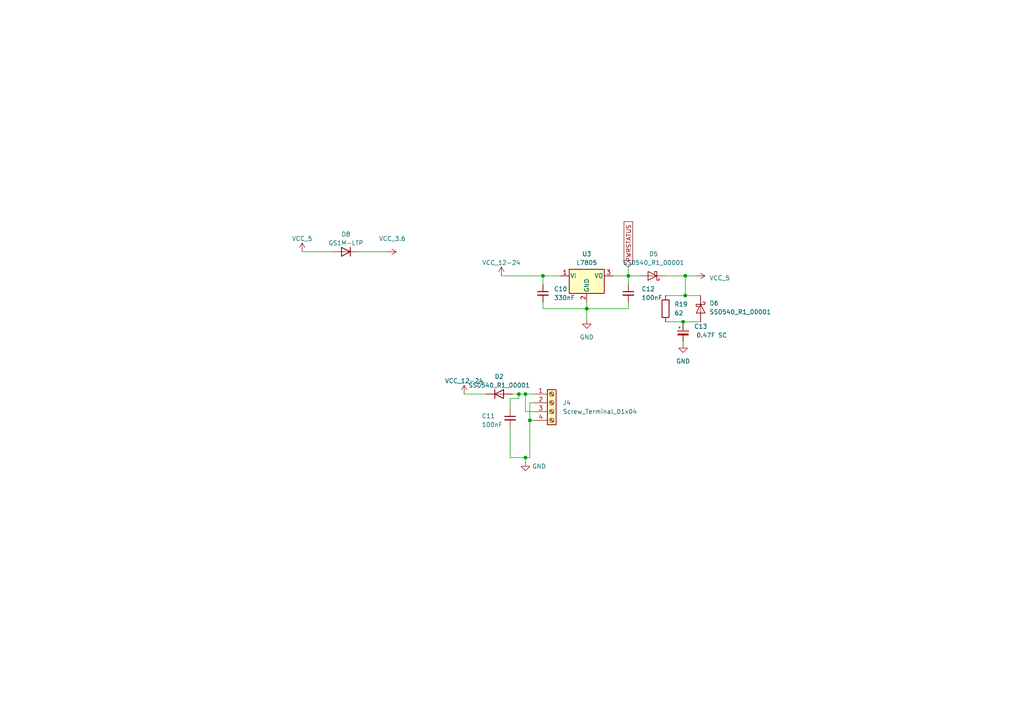
<source format=kicad_sch>
(kicad_sch (version 20230121) (generator eeschema)
  (paper "A4")
  (lib_symbols
    (symbol "Connector:Screw_Terminal_01x04" (pin_names (offset 1.016) hide)
      (property "Reference" "J" (at 0 5.08 0))
      (property "Value" "Screw_Terminal_01x04" (at 0 -7.62 0))
      (symbol "Screw_Terminal_01x04_1_1"
        (rectangle (start -1.27 3.81) (end 1.27 -6.35) (stroke (width 0.254)) (fill (type background)))
        (circle (center 0 -5.08) (radius 0.635) (stroke (width 0.1524)))
        (circle (center 0 -2.54) (radius 0.635) (stroke (width 0.1524)))
        (polyline (pts (xy -0.5334 -4.7498) (xy 0.3302 -5.588)) (stroke (width 0.1524)))
        (polyline (pts (xy -0.5334 -2.2098) (xy 0.3302 -3.048)) (stroke (width 0.1524)))
        (polyline (pts (xy -0.5334 0.3302) (xy 0.3302 -0.508)) (stroke (width 0.1524)))
        (polyline (pts (xy -0.5334 2.8702) (xy 0.3302 2.032)) (stroke (width 0.1524)))
        (polyline (pts (xy -0.3556 -4.572) (xy 0.508 -5.4102)) (stroke (width 0.1524)))
        (polyline (pts (xy -0.3556 -2.032) (xy 0.508 -2.8702)) (stroke (width 0.1524)))
        (polyline (pts (xy -0.3556 0.508) (xy 0.508 -0.3302)) (stroke (width 0.1524)))
        (polyline (pts (xy -0.3556 3.048) (xy 0.508 2.2098)) (stroke (width 0.1524)))
        (circle (center 0 0) (radius 0.635) (stroke (width 0.1524)))
        (circle (center 0 2.54) (radius 0.635) (stroke (width 0.1524)))
        (pin passive line (at -5.08 2.54 0) (length 3.81) (name "Pin_1") (number "1"))
        (pin passive line (at -5.08 0 0) (length 3.81) (name "Pin_2") (number "2"))
        (pin passive line (at -5.08 -2.54 0) (length 3.81) (name "Pin_3") (number "3"))
        (pin passive line (at -5.08 -5.08 0) (length 3.81) (name "Pin_4") (number "4"))
      )
    )
    (symbol "Device:C_Polarized_Small" (pin_numbers hide) (pin_names (offset 0.254) hide)
      (property "Reference" "C" (at 0.254 1.778 0))
      (property "Value" "C_Polarized_Small" (at 0.254 -2.032 0))
      (symbol "C_Polarized_Small_0_1"
        (rectangle (start -1.524 -0.3048) (end 1.524 -0.6858) (fill (type outline)))
        (rectangle (start -1.524 0.6858) (end 1.524 0.3048))
        (polyline (pts (xy -1.27 1.524) (xy -0.762 1.524)))
        (polyline (pts (xy -1.016 1.27) (xy -1.016 1.778)))
      )
      (symbol "C_Polarized_Small_1_1"
        (pin passive line (at 0 2.54 270) (length 1.8542) (name "~") (number "1"))
        (pin passive line (at 0 -2.54 90) (length 1.8542) (name "~") (number "2"))
      )
    )
    (symbol "Device:C_Small" (pin_numbers hide) (pin_names (offset 0.254) hide)
      (property "Reference" "C" (at 0.254 1.778 0))
      (property "Value" "C_Small" (at 0.254 -2.032 0))
      (symbol "C_Small_0_1"
        (polyline (pts (xy -1.524 -0.508) (xy 1.524 -0.508)) (stroke (width 0.3302)))
        (polyline (pts (xy -1.524 0.508) (xy 1.524 0.508)) (stroke (width 0.3048)))
      )
      (symbol "C_Small_1_1"
        (pin passive line (at 0 2.54 270) (length 2.032) (name "~") (number "1"))
        (pin passive line (at 0 -2.54 90) (length 2.032) (name "~") (number "2"))
      )
    )
    (symbol "Device:D" (pin_numbers hide) (pin_names (offset 1.016) hide)
      (property "Reference" "D" (at 0 2.54 0))
      (property "Value" "D" (at 0 -2.54 0))
      (symbol "D_0_1"
        (polyline (pts (xy -1.27 1.27) (xy -1.27 -1.27)) (stroke (width 0.254)))
        (polyline (pts (xy 1.27 0) (xy -1.27 0)))
        (polyline (pts (xy 1.27 1.27) (xy 1.27 -1.27) (xy -1.27 0) (xy 1.27 1.27)) (stroke (width 0.254)))
      )
      (symbol "D_1_1"
        (pin passive line (at -3.81 0 0) (length 2.54) (name "K") (number "1"))
        (pin passive line (at 3.81 0 180) (length 2.54) (name "A") (number "2"))
      )
    )
    (symbol "Device:R" (pin_numbers hide) (pin_names (offset 0))
      (property "Reference" "R" (at 2.032 0 90))
      (property "Value" "R" (at 0 0 90))
      (symbol "R_0_1"
        (rectangle (start -1.016 -2.54) (end 1.016 2.54) (stroke (width 0.254)))
      )
      (symbol "R_1_1"
        (pin passive line (at 0 3.81 270) (length 1.27) (name "~") (number "1"))
        (pin passive line (at 0 -3.81 90) (length 1.27) (name "~") (number "2"))
      )
    )
    (symbol "Diode:PMEG1020EH" (pin_numbers hide) (pin_names hide)
      (property "Reference" "D" (at 0 2.54 0))
      (property "Value" "PMEG1020EH" (at 0 -2.54 0))
      (symbol "PMEG1020EH_0_1"
        (polyline (pts (xy 1.27 0) (xy -1.27 0)))
        (polyline (pts (xy 1.27 1.27) (xy 1.27 -1.27) (xy -1.27 0) (xy 1.27 1.27)) (stroke (width 0.2032)))
        (polyline (pts (xy -1.905 0.635) (xy -1.905 1.27) (xy -1.27 1.27) (xy -1.27 -1.27) (xy -0.635 -1.27) (xy -0.635 -0.635)) (stroke (width 0.2032)))
      )
      (symbol "PMEG1020EH_1_1"
        (pin passive line (at -3.81 0 0) (length 2.54) (name "K") (number "1"))
        (pin passive line (at 3.81 0 180) (length 2.54) (name "A") (number "2"))
      )
    )
    (symbol "Diode:US1G" (pin_numbers hide) (pin_names hide)
      (property "Reference" "D" (at 0 2.54 0))
      (property "Value" "US1G" (at 0 -2.54 0))
      (symbol "US1G_0_1"
        (polyline (pts (xy -1.27 1.27) (xy -1.27 -1.27)) (stroke (width 0.254)))
        (polyline (pts (xy 1.27 0) (xy -1.27 0)))
        (polyline (pts (xy 1.27 1.27) (xy 1.27 -1.27) (xy -1.27 0) (xy 1.27 1.27)) (stroke (width 0.254)))
      )
      (symbol "US1G_1_1"
        (pin passive line (at -3.81 0 0) (length 2.54) (name "K") (number "1"))
        (pin passive line (at 3.81 0 180) (length 2.54) (name "A") (number "2"))
      )
    )
    (symbol "Regulator_Linear:LM7805_TO220" (pin_names (offset 0.254))
      (property "Reference" "U" (at -3.81 3.175 0))
      (property "Value" "LM7805_TO220" (at 0 3.175 0))
      (symbol "LM7805_TO220_0_1"
        (rectangle (start -5.08 1.905) (end 5.08 -5.08) (stroke (width 0.254)) (fill (type background)))
      )
      (symbol "LM7805_TO220_1_1"
        (pin power_in line (at -7.62 0 0) (length 2.54) (name "VI") (number "1"))
        (pin power_in line (at 0 -7.62 90) (length 2.54) (name "GND") (number "2"))
        (pin power_out line (at 7.62 0 180) (length 2.54) (name "VO") (number "3"))
      )
    )
    (symbol "VCC_1" (power) (pin_names (offset 0))
      (property "Value" "+12-24V" (at 0 3.81 0))
      (symbol "VCC_1_0_1"
        (polyline (pts (xy -0.762 1.27) (xy 0 2.54)))
        (polyline (pts (xy 0 0) (xy 0 2.54)))
        (polyline (pts (xy 0 2.54) (xy 0.762 1.27)))
      )
      (symbol "VCC_1_1_1"
        (pin power_in line (at 0 0 90) (length 0) hide (name "VCC_12-24") (number "1"))
      )
    )
    (symbol "VCC_2" (power) (pin_names (offset 0))
      (property "Value" "+5V" (at 0 3.81 0))
      (symbol "VCC_2_0_1"
        (polyline (pts (xy -0.762 1.27) (xy 0 2.54)))
        (polyline (pts (xy 0 0) (xy 0 2.54)))
        (polyline (pts (xy 0 2.54) (xy 0.762 1.27)))
      )
      (symbol "VCC_2_1_1"
        (pin power_in line (at 0 0 90) (length 0) hide (name "VCC_5") (number "2"))
      )
    )
    (symbol "power:GND" (power) (pin_names (offset 0))
      (property "Value" "GND" (at 0 -3.81 0))
      (symbol "GND_0_1"
        (polyline (pts (xy 0 0) (xy 0 -1.27) (xy 1.27 -1.27) (xy 0 -2.54) (xy -1.27 -1.27) (xy 0 -1.27)))
      )
      (symbol "GND_1_1"
        (pin power_in line (at 0 0 270) (length 0) hide (name "GND") (number "1"))
      )
    )
    (symbol "power:VCC" (power) (pin_names (offset 0))
      (property "Value" "+3.6V" (at -3.81 -2.54 90))
      (symbol "VCC_0_1"
        (polyline (pts (xy -0.762 1.27) (xy 0 2.54)))
        (polyline (pts (xy 0 0) (xy 0 2.54)))
        (polyline (pts (xy 0 2.54) (xy 0.762 1.27)))
      )
      (symbol "VCC_1_1"
        (pin power_in line (at 0 0 90) (length 0) hide (name "VCC_3.6") (number "3"))
      )
    )
  )
  (junction (at 152.4 114.3))
  (junction (at 152.4 132.715))
  (junction (at 157.48 80.01))
  (junction (at 150.495 114.3))
  (junction (at 198.12 93.345))
  (junction (at 198.755 85.725))
  (junction (at 198.755 80.01))
  (junction (at 153.67 121.92))
  (junction (at 182.245 80.01))
  (junction (at 170.18 89.535))
  (wire (pts (xy 193.04 85.725) (xy 198.755 85.725)))
  (wire (pts (xy 150.495 115.57) (xy 150.495 114.3)))
  (wire (pts (xy 198.755 85.725) (xy 203.2 85.725)))
  (wire (pts (xy 182.245 87.63) (xy 182.245 89.535)))
  (wire (pts (xy 198.12 99.06) (xy 198.12 99.695)))
  (wire (pts (xy 147.955 115.57) (xy 150.495 115.57)))
  (wire (pts (xy 198.12 93.345) (xy 203.2 93.345)))
  (wire (pts (xy 153.67 116.84) (xy 154.94 116.84)))
  (wire (pts (xy 153.67 121.92) (xy 153.67 116.84)))
  (wire (pts (xy 152.4 132.715) (xy 152.4 133.985)))
  (wire (pts (xy 150.495 114.3) (xy 152.4 114.3)))
  (wire (pts (xy 198.12 93.345) (xy 198.12 93.98)))
  (wire (pts (xy 157.48 80.01) (xy 157.48 82.55)))
  (wire (pts (xy 153.67 132.715) (xy 152.4 132.715)))
  (wire (pts (xy 198.755 80.01) (xy 198.755 85.725)))
  (wire (pts (xy 148.59 114.3) (xy 150.495 114.3)))
  (wire (pts (xy 152.4 114.3) (xy 152.4 119.38)))
  (wire (pts (xy 154.94 121.92) (xy 153.67 121.92)))
  (wire (pts (xy 134.62 114.3) (xy 140.97 114.3)))
  (wire (pts (xy 87.63 73.025) (xy 96.52 73.025)))
  (wire (pts (xy 153.67 121.92) (xy 153.67 132.715)))
  (wire (pts (xy 157.48 80.01) (xy 162.56 80.01)))
  (wire (pts (xy 182.245 89.535) (xy 170.18 89.535)))
  (wire (pts (xy 104.14 73.025) (xy 112.395 73.025)))
  (wire (pts (xy 170.18 87.63) (xy 170.18 89.535)))
  (wire (pts (xy 157.48 87.63) (xy 157.48 89.535)))
  (wire (pts (xy 147.955 123.825) (xy 147.955 132.715)))
  (wire (pts (xy 152.4 119.38) (xy 154.94 119.38)))
  (wire (pts (xy 177.8 80.01) (xy 182.245 80.01)))
  (wire (pts (xy 182.245 77.47) (xy 182.245 80.01)))
  (wire (pts (xy 170.18 89.535) (xy 170.18 92.71)))
  (wire (pts (xy 152.4 114.3) (xy 154.94 114.3)))
  (wire (pts (xy 193.04 93.345) (xy 198.12 93.345)))
  (wire (pts (xy 145.415 80.01) (xy 157.48 80.01)))
  (wire (pts (xy 182.245 80.01) (xy 185.42 80.01)))
  (wire (pts (xy 147.955 132.715) (xy 152.4 132.715)))
  (wire (pts (xy 193.04 80.01) (xy 198.755 80.01)))
  (wire (pts (xy 147.955 118.745) (xy 147.955 115.57)))
  (wire (pts (xy 198.755 80.01) (xy 201.93 80.01)))
  (wire (pts (xy 182.245 80.01) (xy 182.245 82.55)))
  (wire (pts (xy 157.48 89.535) (xy 170.18 89.535)))
  (global_label "PWRSTATUS" (shape input) (at 182.245 77.47 90) (property "Intersheetrefs" "${INTERSHEET_REFS}" (effects hide)))
  (symbol (lib_id "power:GND") (at 170.18 92.71 0) (unit 1)
    (property "Reference" "#PWR028" (effects hide))
    (property "Value" "GND" (at 170.18 97.79 0))
  )
  (symbol (lib_name "VCC_1") (lib_id "power:VCC") (at 145.415 80.01 0) (unit 1)
    (property "Reference" "#PWR024" (effects hide))
    (property "Value" "+12-24V" (at 145.415 76.2 0))
  )
  (symbol (lib_id "Diode:PMEG1020EH") (at 189.23 80.01 180) (unit 1)
    (property "Reference" "D5" (at 189.5475 73.66 0))
    (property "Value" "SS0540_R1_00001" (at 189.5475 76.2 0))
    (property "Footprint" "Diode_SMD:D_SOD-123" (effects hide))
    (property "Datasheet" "https://www.mouser.dk/datasheet/2/1057/SS0520_SERIES-1877120.pdf" (effects hide))
    (property "Manufacturer_Name" "Panjit" (effects hide))
    (property "Manufacturer_Part_Number" "SS0540_R1_00001" (effects hide))
    (property "Mouser Price/Stock" "0,254" (effects hide))
    (property "JLCPART #" "C282388" (effects hide))
  )
  (symbol (lib_id "Diode:US1G") (at 100.33 73.025 180) (unit 1)
    (property "Reference" "D8" (at 100.33 67.945 0))
    (property "Value" "GS1M-LTP" (at 100.33 70.485 0))
    (property "Footprint" "Diode_SMD:D_SMA" (effects hide))
    (property "Datasheet" "https://www.mouser.dk/datasheet/2/258/GS1A_L_7eGS1M_L_DO_214AC_-2634344.pdf" (effects hide))
    (property "Sim.Device" "D" (effects hide))
    (property "Sim.Pins" "1=K 2=A" (effects hide))
    (property "Manufacturer_Name" "Micro Commercial Components (MCC)" (effects hide))
    (property "Manufacturer_Part_Number" "GS1M-LTP" (effects hide))
    (property "Mouser Price/Stock" "0,15" (effects hide))
    (property "JLCPART #" "C" (effects hide))
    (instances (project "Modbus_master" (path "" (reference "D8") (unit 1)) (path "" (reference "D4") (unit 1))))
  )
  (symbol (lib_name "VCC_2") (lib_id "power:VCC") (at 201.93 80.01 270) (unit 1)
    (property "Reference" "#PWR035" (effects hide))
    (property "Value" "+5V" (at 205.74 80.645 90) (effects (justify left)))
    (instances (project "Modbus_master" (path "" (reference "#PWR035") (unit 1)) (path "" (reference "#PWR054") (unit 1))))
  )
  (symbol (lib_name "VCC_1") (lib_id "power:VCC") (at 134.62 114.3 0) (unit 1)
    (property "Reference" "#PWR026" (effects hide))
    (property "Value" "+12-24V" (at 134.62 110.49 0))
  )
  (symbol (lib_id "Connector:Screw_Terminal_01x04") (at 160.02 116.84 0) (unit 1)
    (property "Reference" "J4" (at 163.195 116.8399 0) (effects (justify left)))
    (property "Value" "Screw_Terminal_01x04" (at 163.195 119.3799 0) (effects (justify left)))
    (property "Footprint" "TerminalBlock_Phoenix:TerminalBlock_Phoenix_PT-1,5-4-5.0-H_1x04_P5.00mm_Horizontal" (effects hide))
    (property "Datasheet" "https://www.mouser.dk/datasheet/2/670/tb002_500-2306853.pdf" (effects hide))
    (property "Manufacturer_Name" "CUI Devices" (effects hide))
    (property "Manufacturer_Part_Number" "TB002-500-04BE" (effects hide))
    (property "Mouser Price/Stock" "0,902" (effects hide))
  )
  (symbol (lib_id "Device:R") (at 193.04 89.535 180) (unit 1)
    (property "Reference" "R19" (at 195.58 88.265 0) (effects (justify right)))
    (property "Value" "62" (at 195.58 90.805 0) (effects (justify right)))
    (property "Footprint" "Resistor_SMD:R_0805_2012Metric" (effects hide))
    (property "Datasheet" "https://www.mouser.dk/datasheet/2/315/AOA0000C331-1141874.pdf" (effects hide))
    (property "Manufacturer_Name" "Panasonic" (effects hide))
    (property "Manufacturer_Part_Number" "ERJ-P06J620V" (effects hide))
    (property "Mouser Price/Stock" "0,122" (effects hide))
    (instances (project "Modbus_master" (path "" (reference "R19") (unit 1)) (path "" (reference "R11") (unit 1))))
  )
  (symbol (lib_id "Regulator_Linear:LM7805_TO220") (at 170.18 80.01 0) (unit 1)
    (property "Reference" "U3" (at 170.18 73.66 0))
    (property "Value" "L7805" (at 170.18 76.2 0))
    (property "Footprint" "Package_TO_SOT_THT:TO-220-3_Vertical" (effects hide))
    (property "Datasheet" "https://www.onsemi.cn/PowerSolutions/document/MC7800-D.PDF" (effects hide))
    (property "Manufacturer_Name" "STMicroelectronics" (effects hide))
    (property "Manufacturer_Part_Number" "L7805CV" (effects hide))
    (property "Mouser Price/Stock" "0,649" (effects hide))
  )
  (symbol (lib_name "VCC_2") (lib_id "power:VCC") (at 87.63 73.025 0) (unit 1)
    (property "Reference" "#PWR036" (effects hide))
    (property "Value" "+5V" (at 87.63 69.215 0))
  )
  (symbol (lib_id "Device:C_Small") (at 157.48 85.09 0) (unit 1)
    (property "Reference" "C10" (at 160.655 83.8262 0) (effects (justify left)))
    (property "Value" "330nF" (at 160.655 86.3662 0) (effects (justify left)))
    (property "Footprint" "Capacitor_SMD:C_0805_2012Metric" (effects hide))
    (property "Datasheet" "https://www.mouser.dk/datasheet/2/585/MLCC-1837944.pdf" (effects hide))
    (property "Manufacturer_Name" "Samsung Electro-Mechanics" (effects hide))
    (property "Manufacturer_Part_Number" "CL21B334KBFNNNG" (effects hide))
    (property "Mouser Price/Stock" "0,094" (effects hide))
    (property "JLCPART #" "C161258" (effects hide))
  )
  (symbol (lib_id "power:GND") (at 198.12 99.695 0) (unit 1)
    (property "Reference" "#PWR054" (effects hide))
    (property "Value" "GND" (at 198.12 104.775 0))
    (instances (project "Modbus_master" (path "" (reference "#PWR054") (unit 1)) (path "" (reference "#PWR035") (unit 1))))
  )
  (symbol (lib_id "Diode:PMEG1020EH") (at 203.2 89.535 270) (unit 1)
    (property "Reference" "D6" (at 205.74 87.9475 90) (effects (justify left)))
    (property "Value" "SS0540_R1_00001" (at 205.74 90.4875 90) (effects (justify left)))
    (property "Footprint" "Diode_SMD:D_SOD-123" (effects hide))
    (property "Datasheet" "https://www.mouser.dk/datasheet/2/1057/SS0520_SERIES-1877120.pdf" (effects hide))
    (property "Manufacturer_Name" "Panjit" (effects hide))
    (property "Manufacturer_Part_Number" "SS0540_R1_00001" (effects hide))
    (property "Mouser Price/Stock" "0,254" (effects hide))
    (property "JLCPART #" "C282388" (effects hide))
  )
  (symbol (lib_id "Device:C_Polarized_Small") (at 198.12 96.52 0) (unit 1)
    (property "Reference" "C13" (at 201.295 94.7038 0) (effects (justify left)))
    (property "Value" "0.47F SC" (at 201.93 97.2438 0) (effects (justify left)))
    (property "Footprint" "SELF_MADE:Radial_D6.3mm_W13.6mm_P9.00mm" (effects hide))
    (property "Datasheet" "https://www.mouser.dk/datasheet/2/40/AVX_SCM-1018838.pdf" (effects hide))
    (property "Manufacturer_Name" "KYOCERA AVX" (effects hide))
    (property "Manufacturer_Part_Number" "SCMQ14D474PRBB0" (effects hide))
    (property "Mouser Price/Stock" "2,66" (effects hide))
  )
  (symbol (lib_id "Device:C_Small") (at 147.955 121.285 0) (unit 1)
    (property "Reference" "C11" (at 139.7 120.65 0) (effects (justify left)))
    (property "Value" "100nF" (at 139.7 123.19 0) (effects (justify left)))
    (property "Footprint" "Capacitor_SMD:C_0402_1005Metric" (effects hide))
    (property "Datasheet" "https://product.tdk.com/system/files/dam/doc/product/capacitor/ceramic/mlcc/catalog/mlcc_commercial_general_en.pdf" (effects hide))
    (property "Manufacturer_Name" "TDK" (effects hide))
    (property "Manufacturer_Part_Number" "C1005X7R1C104K050BC" (effects hide))
    (property "Mouser Price/Stock" "0,094" (effects hide))
    (property "JLCPART #" "C56392" (effects hide))
  )
  (symbol (lib_id "Device:C_Small") (at 182.245 85.09 0) (unit 1)
    (property "Reference" "C12" (at 186.055 83.82 0) (effects (justify left)))
    (property "Value" "100nF" (at 186.055 86.36 0) (effects (justify left)))
    (property "Footprint" "Capacitor_SMD:C_0402_1005Metric" (effects hide))
    (property "Datasheet" "https://product.tdk.com/system/files/dam/doc/product/capacitor/ceramic/mlcc/catalog/mlcc_commercial_general_en.pdf" (effects hide))
    (property "Manufacturer_Name" "TDK" (effects hide))
    (property "Manufacturer_Part_Number" "C1005X7R1C104K050BC" (effects hide))
    (property "Mouser Price/Stock" "0,094" (effects hide))
    (property "JLCPART #" "C56392" (effects hide))
  )
  (symbol (lib_id "power:VCC") (at 112.395 73.025 270) (unit 1)
    (property "Reference" "#PWR039" (effects hide))
    (property "Value" "+3.6V" (at 109.855 69.215 90) (effects (justify left)))
  )
  (symbol (lib_id "power:GND") (at 152.4 133.985 0) (unit 1)
    (property "Reference" "#PWR030" (effects hide))
    (property "Value" "GND" (at 154.305 135.2549 0) (effects (justify left)))
  )
  (symbol (lib_id "Device:D") (at 144.78 114.3 0) (unit 1)
    (property "Reference" "D2" (at 144.78 109.22 0))
    (property "Value" "SS0540_R1_00001" (at 144.78 111.76 0))
    (property "Footprint" "Diode_SMD:D_SOD-123" (effects hide))
    (property "Datasheet" "https://www.mouser.dk/datasheet/2/1057/SS0520_SERIES-1877120.pdf" (effects hide))
    (property "Sim.Device" "D" (effects hide))
    (property "Sim.Pins" "1=K 2=A" (effects hide))
    (property "Manufacturer_Name" "Panjit" (effects hide))
    (property "Manufacturer_Part_Number" "SS0540_R1_00001" (effects hide))
    (property "Mouser Price/Stock" "0,254" (effects hide))
    (property "JLCPART #" "C282388" (effects hide))
  )
)
</source>
